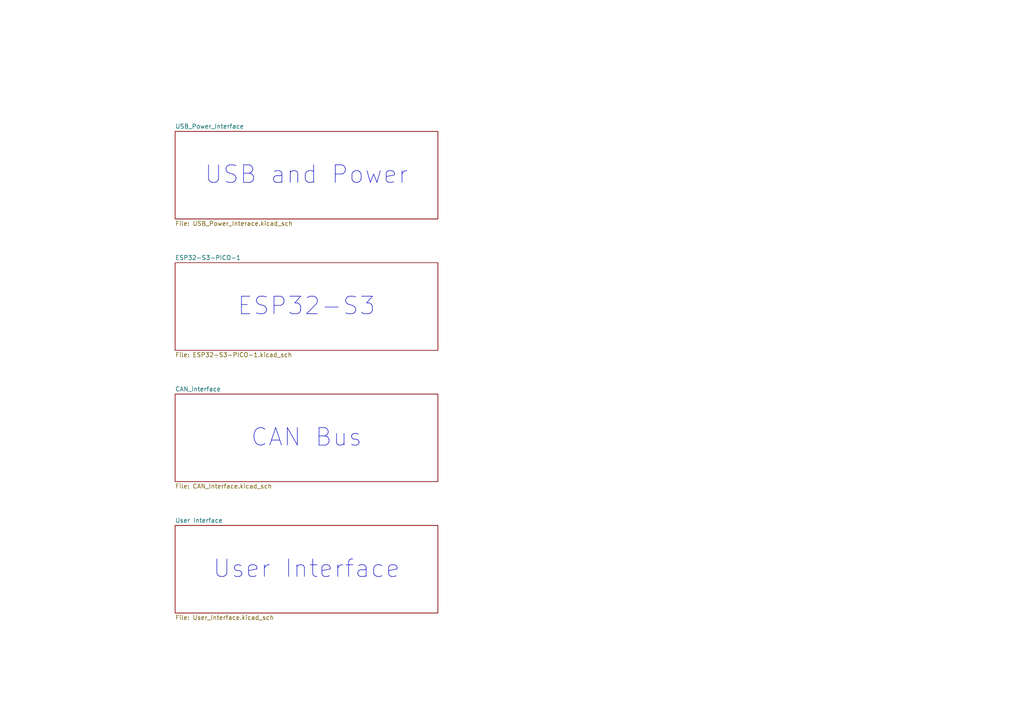
<source format=kicad_sch>
(kicad_sch
	(version 20250114)
	(generator "eeschema")
	(generator_version "9.0")
	(uuid "67f7b1e1-e87f-421a-8424-bb26889ab157")
	(paper "A4")
	(title_block
		(title "ESP32-S3 D1 Pico")
		(date "2026-01-03")
		(rev "C")
		(company "Rob Kean")
	)
	(lib_symbols)
	(text "ESP32-S3"
		(exclude_from_sim no)
		(at 88.9 88.9 0)
		(effects
			(font
				(size 5.08 5.08)
			)
		)
		(uuid "586804fe-0b9e-47f4-9356-9dc7c2daa8be")
	)
	(text "User Interface"
		(exclude_from_sim no)
		(at 88.9 165.1 0)
		(effects
			(font
				(size 5.08 5.08)
			)
		)
		(uuid "93dccaba-5c1f-453c-93f2-4f6fc2ca7236")
	)
	(text "USB and Power"
		(exclude_from_sim no)
		(at 88.9 50.8 0)
		(effects
			(font
				(size 5.08 5.08)
			)
		)
		(uuid "ed036fe4-2405-4aff-a23f-5216010a9740")
	)
	(text "CAN Bus"
		(exclude_from_sim no)
		(at 88.9 127 0)
		(effects
			(font
				(size 5.08 5.08)
			)
		)
		(uuid "f203e98f-6193-4ae3-8df4-f0eb0011d1a2")
	)
	(sheet
		(at 50.8 76.2)
		(size 76.2 25.4)
		(exclude_from_sim no)
		(in_bom yes)
		(on_board yes)
		(dnp no)
		(fields_autoplaced yes)
		(stroke
			(width 0.1524)
			(type solid)
		)
		(fill
			(color 0 0 0 0.0000)
		)
		(uuid "1bd9ab2f-c548-4f8c-a613-aa21e00826ca")
		(property "Sheetname" "ESP32-S3-PICO-1"
			(at 50.8 75.4884 0)
			(effects
				(font
					(size 1.27 1.27)
				)
				(justify left bottom)
			)
		)
		(property "Sheetfile" "ESP32-S3-PICO-1.kicad_sch"
			(at 50.8 102.1846 0)
			(effects
				(font
					(size 1.27 1.27)
				)
				(justify left top)
			)
		)
		(instances
			(project "ESP32-S3 Pico D1"
				(path "/67f7b1e1-e87f-421a-8424-bb26889ab157"
					(page "3")
				)
			)
		)
	)
	(sheet
		(at 50.8 114.3)
		(size 76.2 25.4)
		(exclude_from_sim no)
		(in_bom yes)
		(on_board yes)
		(dnp no)
		(fields_autoplaced yes)
		(stroke
			(width 0.1524)
			(type solid)
		)
		(fill
			(color 0 0 0 0.0000)
		)
		(uuid "a04a4bdb-30b7-44d7-ac1c-f847f02e7058")
		(property "Sheetname" "CAN_Interface"
			(at 50.8 113.5884 0)
			(effects
				(font
					(size 1.27 1.27)
				)
				(justify left bottom)
			)
		)
		(property "Sheetfile" "CAN_Interface.kicad_sch"
			(at 50.8 140.2846 0)
			(effects
				(font
					(size 1.27 1.27)
				)
				(justify left top)
			)
		)
		(instances
			(project "ESP32-S3 Pico D1"
				(path "/67f7b1e1-e87f-421a-8424-bb26889ab157"
					(page "4")
				)
			)
		)
	)
	(sheet
		(at 50.8 152.4)
		(size 76.2 25.4)
		(exclude_from_sim no)
		(in_bom yes)
		(on_board yes)
		(dnp no)
		(fields_autoplaced yes)
		(stroke
			(width 0.1524)
			(type solid)
		)
		(fill
			(color 0 0 0 0.0000)
		)
		(uuid "bab7d682-b0e3-4047-9d1d-6dbb03ef67cc")
		(property "Sheetname" "User Interface"
			(at 50.8 151.6884 0)
			(effects
				(font
					(size 1.27 1.27)
				)
				(justify left bottom)
			)
		)
		(property "Sheetfile" "User_Interface.kicad_sch"
			(at 50.8 178.3846 0)
			(effects
				(font
					(size 1.27 1.27)
				)
				(justify left top)
			)
		)
		(instances
			(project "ESP32-S3 Pico D1"
				(path "/67f7b1e1-e87f-421a-8424-bb26889ab157"
					(page "5")
				)
			)
		)
	)
	(sheet
		(at 50.8 38.1)
		(size 76.2 25.4)
		(exclude_from_sim no)
		(in_bom yes)
		(on_board yes)
		(dnp no)
		(fields_autoplaced yes)
		(stroke
			(width 0.1524)
			(type solid)
		)
		(fill
			(color 0 0 0 0.0000)
		)
		(uuid "e0972e0f-f0f8-4dcf-a84b-49aae9c274e3")
		(property "Sheetname" "USB_Power_Interface"
			(at 50.8 37.3884 0)
			(effects
				(font
					(size 1.27 1.27)
				)
				(justify left bottom)
			)
		)
		(property "Sheetfile" "USB_Power_Interace.kicad_sch"
			(at 50.8 64.0846 0)
			(effects
				(font
					(size 1.27 1.27)
				)
				(justify left top)
			)
		)
		(instances
			(project "ESP32-S3 Pico D1"
				(path "/67f7b1e1-e87f-421a-8424-bb26889ab157"
					(page "2")
				)
			)
		)
	)
	(sheet_instances
		(path "/"
			(page "1")
		)
	)
	(embedded_fonts no)
)

</source>
